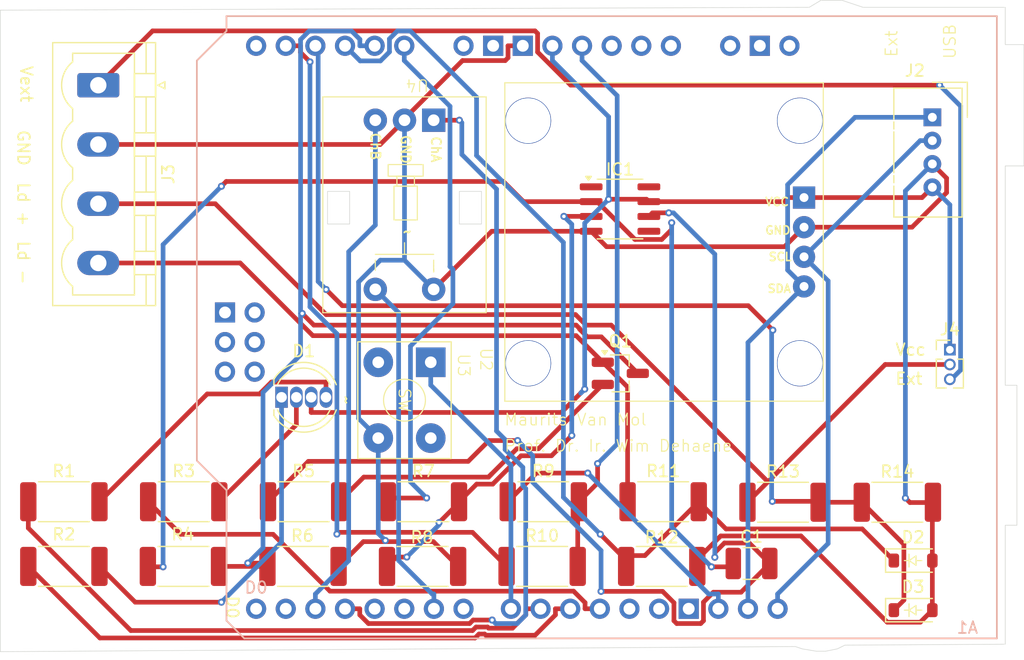
<source format=kicad_pcb>
(kicad_pcb (version 20241229) (generator "pcbnew") (generator_version "9.0")
  (layers (0 "F.Cu" signal) (2 "B.Cu" signal) (13 "F.Paste" user) (15 "B.Paste" user) (5 "F.SilkS" user "F.Silkscreen") (7 "B.SilkS" user "B.Silkscreen") (1 "F.Mask" user) (3 "B.Mask" user) (25 "Edge.Cuts" user))
  (net 0 "")
  (net 1 "A2")
  (net 3 "GND")
  (net 10 "Net-(A1-PadD11)")
  (net 11 "Net-(A1-PadD9)")
  (net 15 "Net-(A1-PadD10)")
  (net 24 "Net-(A1-PadAREF)")
  (net 26 "Net-(A1-3.3V)")
  (net 27 "A1")
  (net 28 "A0")
  (net 29 "VCC")
  (net 31 "Net-(U4-Channel_B)")
  (net 32 "Net-(J2-Pin_1)")
  (net 33 "A3")
  (net 34 "Net-(U4-Channel_A)")
  (net 35 "Net-(J2-Pin_2)")
  (net 36 "Net-(A1-PadA4)")
  (net 37 "Net-(IC1-OUT_A)")
  (net 38 "Net-(IC1--IN_A)")
  (net 43 "Net-(Q1-G)")
  (net 46 "/Current Sink/Vcompare")
  (net 47 "/Load+")
  (net 48 "Net-(J3-Pin_1)")
  (net 49 "Net-(A1-PadD6)")
  (net 51 "Net-(A1-PadD8)")
  (net 53 "/Load-")
  (net 54 "Net-(D1-RK)")
  (net 55 "Net-(D1-BK)")
  (net 56 "Net-(D1-GK)")
  (footprint "Resistor_SMD:R_2512_6332Metric_Pad1.40x3.35mm_HandSolder" (layer "F.Cu") (at 154.05 108)
    (property "Reference" "R2")
    (property "Value" "90")
  )
  (footprint "Resistor_SMD:R_2512_6332Metric_Pad1.40x3.35mm_HandSolder" (layer "F.Cu") (at 184.8 108)
    (property "Reference" "R8")
    (property "Value" "1k")
  )
  (footprint "Resistor_SMD:R_2512_6332Metric_Pad1.40x3.35mm_HandSolder" (layer "F.Cu") (at 195.05 108)
    (property "Reference" "R10")
    (property "Value" "0")
  )
  (footprint "Custom_footprints:MDOB128064V2V-WI" (layer "F.Cu") (at 205.5 80.19 -90)
    (property "Reference" "U2")
    (property "Value" "MDOB")
  )
  (footprint "Package_TO_SOT_SMD:SOT-23_Handsoldering" (layer "F.Cu") (at 201.75 91.45)
    (property "Reference" "Q1")
    (property "Value" "BS170")
  )
  (footprint "Package_SO:SOIC-8_3.9x4.9mm_P1.27mm" (layer "F.Cu") (at 201.725 77.365)
    (property "Reference" "IC1")
    (property "Value" "AD8531ARZ-REEL")
  )
  (footprint "PCM_arduino-library:Arduino_Uno_R4_WiFi_Shield" (layer "F.Cu") (at 234.0301 60.83 180)
    (property "Reference" "A1")
    (property "Value" "Arduino_Uno_R4_WiFi_Shield")
  )
  (footprint "Resistor_SMD:R_2512_6332Metric_Pad1.40x3.35mm_HandSolder" (layer "F.Cu") (at 184.875 102.4546)
    (property "Reference" "R7")
    (property "Value" "4k")
  )
  (footprint "Custom_footprints:MC32831" (layer "F.Cu") (at 183.25 93.75 -90)
    (property "Reference" "U3")
    (property "Value" "~")
  )
  (footprint "Resistor_SMD:R_2512_6332Metric_Pad1.40x3.35mm_HandSolder" (layer "F.Cu") (at 174.55 108)
    (property "Reference" "R6")
    (property "Value" "1R1")
  )
  (footprint "Custom_footprints:PEC11R-4215K-S0012" (layer "F.Cu") (at 183.25 77.25 180)
    (property "Reference" "U4")
    (property "Value" "~")
    (fp_rect (start 4.7 -1.4) (end 6.6 1.4) (stroke (width 0.05)) (fill no) (layer "Edge.Cuts"))
    (fp_rect (start -6.6 -1.4) (end -4.7 1.4) (stroke (width 0.05)) (fill no) (layer "Edge.Cuts"))
  )
  (footprint "Resistor_SMD:R_2512_6332Metric_Pad1.40x3.35mm_HandSolder" (layer "F.Cu") (at 164.3 108)
    (property "Reference" "R4")
    (property "Value" "1k")
  )
  (footprint "Resistor_SMD:R_2512_6332Metric_Pad1.40x3.35mm_HandSolder" (layer "F.Cu") (at 174.6 102.4546)
    (property "Reference" "R5")
    (property "Value" "100")
  )
  (footprint "Diode_SMD:D_SOD-123" (layer "F.Cu") (at 226.85 111.75)
    (property "Reference" "D3")
    (property "Value" "D_Zener")
  )
  (footprint "Resistor_SMD:R_2512_6332Metric_Pad1.40x3.35mm_HandSolder" (layer "F.Cu") (at 225.5 102.5)
    (property "Reference" "R14")
    (property "Value" "~")
  )
  (footprint "Connector:NS-Tech_Grove_1x04_P2mm_Vertical" (layer "F.Cu") (at 228.5 69.5)
    (property "Reference" "J2")
    (property "Value" "Conn_01x04_Socket")
  )
  (footprint "Resistor_SMD:R_2512_6332Metric_Pad1.40x3.35mm_HandSolder" (layer "F.Cu") (at 195.15 102.4546)
    (property "Reference" "R9")
    (property "Value" "0")
  )
  (footprint "Diode_SMD:D_SOD-123" (layer "F.Cu") (at 226.85 107.5)
    (property "Reference" "D2")
    (property "Value" "D_Zener")
  )
  (footprint "Connector_PinHeader_1.27mm:PinHeader_1x03_P1.27mm_Vertical" (layer "F.Cu") (at 230 89.42)
    (property "Reference" "J4")
    (property "Value" "Conn_01x03_Pin")
  )
  (footprint "Resistor_SMD:R_2512_6332Metric_Pad1.40x3.35mm_HandSolder" (layer "F.Cu") (at 205.3 108)
    (property "Reference" "R12")
    (property "Value" "~")
  )
  (footprint "Connector_Phoenix_MSTB:PhoenixContact_MSTBVA_2,5_4-G-5,08_1x04_P5.08mm_Vertical" (layer "F.Cu") (at 157 66.75 -90)
    (property "Reference" "J3")
    (property "Value" "Conn_01x04_Socket")
  )
  (footprint "Resistor_SMD:R_2512_6332Metric_Pad1.40x3.35mm_HandSolder" (layer "F.Cu") (at 215.7 102.5)
    (property "Reference" "R13")
    (property "Value" "~")
  )
  (footprint "Resistor_SMD:R_2512_6332Metric_Pad1.40x3.35mm_HandSolder" (layer "F.Cu") (at 205.425 102.4546)
    (property "Reference" "R11")
    (property "Value" "~")
  )
  (footprint "Capacitor_SMD:C_1210_3225Metric_Pad1.33x2.70mm_HandSolder" (layer "F.Cu") (at 213 107.75)
    (property "Reference" "C1")
    (property "Value" "100n")
  )
  (footprint "Resistor_SMD:R_2512_6332Metric_Pad1.40x3.35mm_HandSolder" (layer "F.Cu") (at 154.05 102.4546)
    (property "Reference" "R1")
    (property "Value" "150")
  )
  (footprint "Resistor_SMD:R_2512_6332Metric_Pad1.40x3.35mm_HandSolder" (layer "F.Cu") (at 164.325 102.4546)
    (property "Reference" "R3")
    (property "Value" "90")
  )
  (footprint "LED_THT:LED_D5.0mm-4_RGB" (layer "F.Cu") (at 172.71 93.5)
    (property "Reference" "D1")
    (property "Value" "LED_GBAR")
  )
  (gr_poly (pts (xy 148.59932 60.316491) (xy 148.59932 115.309643) (xy 216.74932 114.869255) (xy 217.34932 115.069255) (xy 218.54932 115.269255) (xy 219.34932 115.269255) (xy 220.34932 115.069255) (xy 221 114.75) (xy 234.74932 114.669255) (xy 234.74932 104.469255) (xy 235.74932 104.469255) (xy 235.74932 92.469255) (xy 234.74932 92.469255) (xy 234.74932 73.669255) (xy 236.34932 73.669255) (xy 236.34932 63.269255) (xy 234.74932 63.269255) (xy 234.74932 60.069255) (xy 222.54932 60.069255) (xy 220.74932 59.469255) (xy 218.94932 59.469255) (xy 217.94932 60.069255)) (stroke (width 0.05)) (fill no) (layer "Edge.Cuts"))
  (gr_text "Ext" (at 225 63.2 90) (layer "F.SilkS") (effects (font (size 1 1) (thickness 0.1))))
  (gr_text "Vext\n" (at 150.25 65 270) (layer "F.SilkS") (effects (font (size 1 1)) (justify left bottom)))
  (gr_text "Vcc" (at 225.25 90 0) (layer "F.SilkS") (effects (font (size 1 1)) (justify left bottom)))
  (gr_text "GND" (at 150 70.5 270) (layer "F.SilkS") (effects (font (size 1 1)) (justify left bottom)))
  (gr_text "Prof. Dr. Ir. Wim Dehaene" (at 191.75 98.25 0) (layer "F.SilkS") (effects (font (size 1 1) (thickness 0.1)) (justify left bottom)))
  (gr_text "USB" (at 230 63 90) (layer "F.SilkS") (effects (font (size 1 1) (thickness 0.1))))
  (gr_text "Ext\n" (at 225.25 92.5 0) (layer "F.SilkS") (effects (font (size 1 1)) (justify left bottom)))
  (gr_text "Ld +" (at 150 75 270) (layer "F.SilkS") (effects (font (size 1 1)) (justify left bottom)))
  (gr_text "Ld -" (at 150 80 270) (layer "F.SilkS") (effects (font (size 1 1)) (justify left bottom)))
  (gr_text "Maurits Van Mol" (at 191.75 96 0) (layer "F.SilkS") (effects (font (size 1 1) (thickness 0.1)) (justify left bottom)))
  (segment (start 222.4872 104.7872) (end 210.8076 104.7872) (width 0.4) (layer "F.Cu") (net 1))
  (segment (start 201.866 107.0697) (end 200.036 105.2397) (width 0.4) (layer "F.Cu") (net 1))
  (segment (start 225.2 107.5) (end 222.4872 104.7872) (width 0.4) (layer "F.Cu") (net 1))
  (segment (start 203.8599 107.0697) (end 208.475 102.4546) (width 0.4) (layer "F.Cu") (net 1))
  (segment (start 202.25 108) (end 202.25 107.0697) (width 0.4) (layer "F.Cu") (net 1))
  (segment (start 210.8076 104.7872) (end 208.475 102.4546) (width 0.4) (layer "F.Cu") (net 1))
  (segment (start 202.25 107.0697) (end 203.8599 107.0697) (width 0.4) (layer "F.Cu") (net 1))
  (segment (start 202.25 107.0697) (end 201.866 107.0697) (width 0.4) (layer "F.Cu") (net 1))
  (via (at 200.036 105.2397) (size 0.6) (drill 0.3) (layers "F.Cu" "B.Cu") (net 1))
  (segment (start 181.9602 63.8946) (end 181.1908 64.664) (width 0.4) (layer "B.Cu") (net 1))
  (segment (start 181.1908 64.664) (end 179.4441 64.664) (width 0.4) (layer "B.Cu") (net 1))
  (segment (start 181.9602 62.7737) (end 181.9602 63.8946) (width 0.4) (layer "B.Cu") (net 1))
  (segment (start 183.748 62.0984) (end 182.6355 62.0984) (width 0.4) (layer "B.Cu") (net 1))
  (segment (start 189.4266 67.777) (end 183.748 62.0984) (width 0.4) (layer "B.Cu") (net 1))
  (segment (start 182.6355 62.0984) (end 181.9602 62.7737) (width 0.4) (layer "B.Cu") (net 1))
  (segment (start 189.4266 72.7777) (end 189.4266 67.777) (width 0.4) (layer "B.Cu") (net 1))
  (segment (start 179.4441 64.664) (end 178.1501 63.37) (width 0.4) (layer "B.Cu") (net 1))
  (segment (start 196.8714 102.0751) (end 196.8714 80.2225) (width 0.4) (layer "B.Cu") (net 1))
  (segment (start 200.036 105.2397) (end 196.8714 102.0751) (width 0.4) (layer "B.Cu") (net 1))
  (segment (start 196.8714 80.2225) (end 189.4266 72.7777) (width 0.4) (layer "B.Cu") (net 1))
  (segment (start 181.6101 105.8761) (end 181.6101 105.7815) (width 0.4) (layer "F.Cu") (net 3))
  (segment (start 217.5 78.92) (end 226.7571 78.92) (width 0.4) (layer "F.Cu") (net 3))
  (segment (start 199.25 79.27) (end 200.5729 80.5929) (width 0.4) (layer "F.Cu") (net 3))
  (segment (start 199.25 79.27) (end 190.73 79.27) (width 0.4) (layer "F.Cu") (net 3))
  (segment (start 228.5 102.525) (end 226.5773 102.525) (width 0.4) (layer "F.Cu") (net 3))
  (segment (start 208.35 107.396) (end 210.3557 105.3903) (width 0.4) (layer "F.Cu") (net 3))
  (segment (start 226.7571 78.92) (end 229.72 75.9571) (width 0.4) (layer "F.Cu") (net 3))
  (segment (start 229.72 74.72) (end 228.5 73.5) (width 0.4) (layer "F.Cu") (net 3))
  (segment (start 193.3901 63.37) (end 192.1248 63.37) (width 0.4) (layer "F.Cu") (net 3))
  (segment (start 210.3557 105.3903) (end 217.24 105.3903) (width 0.4) (layer "F.Cu") (net 3))
  (segment (start 185.7261 105.8761) (end 187.85 108) (width 0.4) (layer "F.Cu") (net 3))
  (segment (start 157 71.83) (end 181.17 71.83) (width 0.4) (layer "F.Cu") (net 3))
  (segment (start 190.73 79.27) (end 185.75 84.25) (width 0.4) (layer "F.Cu") (net 3))
  (segment (start 228.5 111.75) (end 228.5 107.5) (width 0.4) (layer "F.Cu") (net 3))
  (segment (start 227.4638 112.7862) (end 228.5 111.75) (width 0.4) (layer "F.Cu") (net 3))
  (segment (start 224.6359 112.7862) (end 227.4638 112.7862) (width 0.4) (layer "F.Cu") (net 3))
  (segment (start 229.72 75.9571) (end 229.72 74.72) (width 0.4) (layer "F.Cu") (net 3))
  (segment (start 183.25 69.61) (end 188.2247 64.6353) (width 0.4) (layer "F.Cu") (net 3))
  (segment (start 228.5 102.525) (end 228.5 107.5) (width 0.4) (layer "F.Cu") (net 3))
  (segment (start 183.25 69.75) (end 183.25 69.61) (width 0.4) (layer "F.Cu") (net 3))
  (segment (start 177.6 108) (end 179.7239 105.8761) (width 0.4) (layer "F.Cu") (net 3))
  (segment (start 226.5773 102.525) (end 226.1891 102.1368) (width 0.4) (layer "F.Cu") (net 3))
  (segment (start 191.8876 64.6353) (end 192.1248 64.3981) (width 0.4) (layer "F.Cu") (net 3))
  (segment (start 181.6101 105.8761) (end 185.7261 105.8761) (width 0.4) (layer "F.Cu") (net 3))
  (segment (start 192.1248 64.3981) (end 192.1248 63.37) (width 0.4) (layer "F.Cu") (net 3))
  (segment (start 208.35 108) (end 208.35 107.396) (width 0.4) (layer "F.Cu") (net 3))
  (segment (start 228.525 102.525) (end 228.5 102.525) (width 0.4) (layer "F.Cu") (net 3))
  (segment (start 200.5729 80.5929) (end 215.8271 80.5929) (width 0.4) (layer "F.Cu") (net 3))
  (segment (start 217.24 105.3903) (end 224.6359 112.7862) (width 0.4) (layer "F.Cu") (net 3))
  (segment (start 181.17 71.83) (end 183.25 69.75) (width 0.4) (layer "F.Cu") (net 3))
  (segment (start 179.7239 105.8761) (end 181.6101 105.8761) (width 0.4) (layer "F.Cu") (net 3))
  (segment (start 228.55 102.5) (end 228.525 102.525) (width 0.4) (layer "F.Cu") (net 3))
  (segment (start 188.2247 64.6353) (end 191.8876 64.6353) (width 0.4) (layer "F.Cu") (net 3))
  (segment (start 215.8271 80.5929) (end 217.5 78.92) (width 0.4) (layer "F.Cu") (net 3))
  (via (at 181.6101 105.7815) (size 0.6) (drill 0.3) (layers "F.Cu" "B.Cu") (net 3))
  (via (at 226.1891 102.1368) (size 0.6) (drill 0.3) (layers "F.Cu" "B.Cu") (net 3))
  (segment (start 181.1801 81.75) (end 183.25 81.75) (width 0.4) (layer "B.Cu") (net 3))
  (segment (start 179.3147 95.3147) (end 179.3147 83.6154) (width 0.4) (layer "B.Cu") (net 3))
  (segment (start 183.25 69.75) (end 183.25 81.75) (width 0.4) (layer "B.Cu") (net 3))
  (segment (start 226.1891 102.1368) (end 226.1891 75.8109) (width 0.4) (layer "B.Cu") (net 3))
  (segment (start 179.3147 83.6154) (end 181.1801 81.75) (width 0.4) (layer "B.Cu") (net 3))
  (segment (start 181.6101 105.7815) (end 181 105.1714) (width 0.4) (layer "B.Cu") (net 3))
  (segment (start 181 97) (end 179.3147 95.3147) (width 0.4) (layer "B.Cu") (net 3))
  (segment (start 183.25 81.75) (end 185.75 84.25) (width 0.4) (layer "B.Cu") (net 3))
  (segment (start 181 105.1714) (end 181 97) (width 0.4) (layer "B.Cu") (net 3))
  (segment (start 226.1891 75.8109) (end 228.5 73.5) (width 0.4) (layer "B.Cu") (net 3))
  (segment (start 161.275 102.4546) (end 164.0679 105.2475) (width 0.4) (layer "F.Cu") (net 10))
  (segment (start 198.7288 111.1057) (end 198.7288 111.63) (width 0.4) (layer "F.Cu") (net 10))
  (segment (start 199.9941 111.63) (end 198.7288 111.63) (width 0.4) (layer "F.Cu") (net 10))
  (segment (start 164.0679 105.2475) (end 171.9876 105.2475) (width 0.4) (layer "F.Cu") (net 10))
  (segment (start 171.9876 105.2475) (end 176.8619 110.1218) (width 0.4) (layer "F.Cu") (net 10))
  (segment (start 197.7449 110.1218) (end 198.7288 111.1057) (width 0.4) (layer "F.Cu") (net 10))
  (segment (start 176.8619 110.1218) (end 197.7449 110.1218) (width 0.4) (layer "F.Cu") (net 10))
  (segment (start 192.5056 113.2975) (end 193.6488 112.1543) (width 0.4) (layer "F.Cu") (net 11))
  (segment (start 189.0833 113.497) (end 189.3828 113.1975) (width 0.4) (layer "F.Cu") (net 11))
  (segment (start 151 102.4546) (end 151 104.7095) (width 0.4) (layer "F.Cu") (net 11))
  (segment (start 190.3725 113.1975) (end 190.4725 113.2975) (width 0.4) (layer "F.Cu") (net 11))
  (segment (start 151 104.7095) (end 159.7875 113.497) (width 0.4) (layer "F.Cu") (net 11))
  (segment (start 194.9141 111.63) (end 193.6488 111.63) (width 0.4) (layer "F.Cu") (net 11))
  (segment (start 189.3828 113.1975) (end 190.3725 113.1975) (width 0.4) (layer "F.Cu") (net 11))
  (segment (start 190.4725 113.2975) (end 192.5056 113.2975) (width 0.4) (layer "F.Cu") (net 11))
  (segment (start 159.7875 113.497) (end 189.0833 113.497) (width 0.4) (layer "F.Cu") (net 11))
  (segment (start 193.6488 112.1543) (end 193.6488 111.63) (width 0.4) (layer "F.Cu") (net 11))
  (segment (start 189.2964 114.1347) (end 189.6319 113.7992) (width 0.4) (layer "F.Cu") (net 15))
  (segment (start 197.4541 111.63) (end 196.1888 111.63) (width 0.4) (layer "F.Cu") (net 15))
  (segment (start 196.1888 112.1543) (end 196.1888 111.63) (width 0.4) (layer "F.Cu") (net 15))
  (segment (start 190.1234 113.7992) (end 190.2234 113.8992) (width 0.4) (layer "F.Cu") (net 15))
  (segment (start 189.6319 113.7992) (end 190.1234 113.7992) (width 0.4) (layer "F.Cu") (net 15))
  (segment (start 151 108) (end 157.1347 114.1347) (width 0.4) (layer "F.Cu") (net 15))
  (segment (start 190.2234 113.8992) (end 194.4439 113.8992) (width 0.4) (layer "F.Cu") (net 15))
  (segment (start 194.4439 113.8992) (end 196.1888 112.1543) (width 0.4) (layer "F.Cu") (net 15))
  (segment (start 157.1347 114.1347) (end 189.2964 114.1347) (width 0.4) (layer "F.Cu") (net 15))
  (segment (start 192.1 102.4546) (end 194.5554 99.9992) (width 0.4) (layer "F.Cu") (net 24))
  (segment (start 194.5554 99.9992) (end 198.9584 99.9992) (width 0.4) (layer "F.Cu") (net 24))
  (via (at 198.9584 99.9992) (size 0.6) (drill 0.3) (layers "F.Cu" "B.Cu") (net 24))
  (segment (start 210.1541 111.63) (end 210.1541 110.3647) (width 0.4) (layer "B.Cu") (net 24))
  (segment (start 198.9584 99.9992) (end 209.3239 110.3647) (width 0.4) (layer "B.Cu") (net 24))
  (segment (start 209.3239 110.3647) (end 210.1541 110.3647) (width 0.4) (layer "B.Cu") (net 24))
  (segment (start 198.1 108) (end 198.1 102.5546) (width 0.4) (layer "F.Cu") (net 26))
  (segment (start 199.8038 100.8508) (end 199.8038 99.1872) (width 0.4) (layer "F.Cu") (net 26))
  (segment (start 198.2 102.4546) (end 199.8038 100.8508) (width 0.4) (layer "F.Cu") (net 26))
  (segment (start 198.1 102.5546) (end 198.2 102.4546) (width 0.4) (layer "F.Cu") (net 26))
  (via (at 199.8038 99.1872) (size 0.6) (drill 0.3) (layers "F.Cu" "B.Cu") (net 26))
  (segment (start 198.4701 63.37) (end 198.4701 64.6353) (width 0.4) (layer "B.Cu") (net 26))
  (segment (start 201.4814 67.6466) (end 198.4701 64.6353) (width 0.4) (layer "B.Cu") (net 26))
  (segment (start 199.8038 99.1872) (end 201.4814 97.5096) (width 0.4) (layer "B.Cu") (net 26))
  (segment (start 201.4814 97.5096) (end 201.4814 67.6466) (width 0.4) (layer "B.Cu") (net 26))
  (segment (start 171.2181 107.7181) (end 171.5 108) (width 0.4) (layer "F.Cu") (net 27))
  (segment (start 197.9664 87.3165) (end 198.2664 87.6165) (width 0.4) (layer "F.Cu") (net 27))
  (segment (start 174.4825 86.3158) (end 175.4832 87.3165) (width 0.4) (layer "F.Cu") (net 27))
  (segment (start 167.35 108) (end 171.5 108) (width 0.4) (layer "F.Cu") (net 27))
  (segment (start 169.819 107.7181) (end 171.2181 107.7181) (width 0.4) (layer "F.Cu") (net 27))
  (segment (start 175.4832 87.3165) (end 197.9664 87.3165) (width 0.4) (layer "F.Cu") (net 27))
  (segment (start 198.2664 87.6676) (end 198.9171 88.3183) (width 0.4) (layer "F.Cu") (net 27))
  (segment (start 200.1183 88.3183) (end 203.25 91.45) (width 0.4) (layer "F.Cu") (net 27))
  (segment (start 198.2664 87.6165) (end 198.2664 87.6676) (width 0.4) (layer "F.Cu") (net 27))
  (segment (start 198.9171 88.3183) (end 200.1183 88.3183) (width 0.4) (layer "F.Cu") (net 27))
  (via (at 169.819 107.7181) (size 0.6) (drill 0.3) (layers "F.Cu" "B.Cu") (net 27))
  (via (at 174.4825 86.3158) (size 0.6) (drill 0.3) (layers "F.Cu" "B.Cu") (net 27))
  (segment (start 180.6901 63.37) (end 179.4248 63.37) (width 0.4) (layer "B.Cu") (net 27))
  (segment (start 174.3401 62.8353) (end 174.3401 86.3158) (width 0.4) (layer "B.Cu") (net 27))
  (segment (start 175.0707 62.1047) (end 174.3401 62.8353) (width 0.4) (layer "B.Cu") (net 27))
  (segment (start 178.7131 62.1047) (end 175.0707 62.1047) (width 0.4) (layer "B.Cu") (net 27))
  (segment (start 179.4248 62.8164) (end 178.7131 62.1047) (width 0.4) (layer "B.Cu") (net 27))
  (segment (start 171.1206 106.4165) (end 169.819 107.7181) (width 0.4) (layer "B.Cu") (net 27))
  (segment (start 174.3401 89.8668) (end 171.1206 93.0863) (width 0.4) (layer "B.Cu") (net 27))
  (segment (start 174.3401 86.3158) (end 174.3401 89.8668) (width 0.4) (layer "B.Cu") (net 27))
  (segment (start 174.3401 86.3158) (end 174.4825 86.3158) (width 0.4) (layer "B.Cu") (net 27))
  (segment (start 179.4248 63.37) (end 179.4248 62.8164) (width 0.4) (layer "B.Cu") (net 27))
  (segment (start 171.1206 93.0863) (end 171.1206 106.4165) (width 0.4) (layer "B.Cu") (net 27))
  (segment (start 182.1428 102.1368) (end 181.825 102.4546) (width 0.4) (layer "F.Cu") (net 28))
  (segment (start 185.1453 102.1368) (end 182.1428 102.1368) (width 0.4) (layer "F.Cu") (net 28))
  (via (at 185.1453 102.1368) (size 0.6) (drill 0.3) (layers "F.Cu" "B.Cu") (net 28))
  (segment (start 183.7624 89.1163) (end 187.4008 85.4779) (width 0.4) (layer "B.Cu") (net 28))
  (segment (start 187.1517 68.5569) (end 187.1517 82.299) (width 0.4) (layer "B.Cu") (net 28))
  (segment (start 187.4008 85.4779) (end 187.4008 82.5481) (width 0.4) (layer "B.Cu") (net 28))
  (segment (start 183.7624 100.7539) (end 183.7624 89.1163) (width 0.4) (layer "B.Cu") (net 28))
  (segment (start 187.4008 82.5481) (end 187.1517 82.299) (width 0.4) (layer "B.Cu") (net 28))
  (segment (start 187.4008 82.5481) (end 187.1517 82.299) (width 0.4) (layer "B.Cu") (net 28))
  (segment (start 183.2301 64.6353) (end 187.1517 68.5569) (width 0.4) (layer "B.Cu") (net 28))
  (segment (start 183.2301 63.37) (end 183.2301 64.6353) (width 0.4) (layer "B.Cu") (net 28))
  (segment (start 185.1453 102.1368) (end 183.7624 100.7539) (width 0.4) (layer "B.Cu") (net 28))
  (segment (start 217.5 76.38) (end 227.62 76.38) (width 0.4) (layer "F.Cu") (net 29))
  (segment (start 216.9743 76.38) (end 217.5 76.38) (width 0.4) (layer "F.Cu") (net 29))
  (segment (start 227.62 76.38) (end 228.5 75.5) (width 0.4) (layer "F.Cu") (net 29))
  (segment (start 216.9743 76.38) (end 216.1458 76.38) (width 0.4) (layer "F.Cu") (net 29))
  (segment (start 175.25 94.8017) (end 196.6978 94.8017) (width 0.4) (layer "F.Cu") (net 29))
  (segment (start 203.9938 76.5238) (end 204.2 76.73) (width 0.4) (layer "F.Cu") (net 29))
  (segment (start 200.7476 76.5238) (end 203.9938 76.5238) (width 0.4) (layer "F.Cu") (net 29))
  (segment (start 198.3578 93.1417) (end 198.6984 92.8011) (width 0.4) (layer "F.Cu") (net 29))
  (segment (start 215.7958 76.73) (end 216.1458 76.38) (width 0.4) (layer "F.Cu") (net 29))
  (segment (start 204.2 76.73) (end 215.7958 76.73) (width 0.4) (layer "F.Cu") (net 29))
  (segment (start 198.6984 92.8011) (end 198.3578 93.1417) (width 0.4) (layer "F.Cu") (net 29))
  (segment (start 175.25 93.5) (end 175.25 94.8017) (width 0.4) (layer "F.Cu") (net 29))
  (segment (start 196.6978 94.8017) (end 198.6984 92.8011) (width 0.4) (layer "F.Cu") (net 29))
  (via (at 198.6984 92.8011) (size 0.6) (drill 0.3) (layers "F.Cu" "B.Cu") (net 29))
  (via (at 200.7476 76.5238) (size 0.6) (drill 0.3) (layers "F.Cu" "B.Cu") (net 29))
  (segment (start 200.7476 69.4528) (end 200.7476 76.5238) (width 0.4) (layer "B.Cu") (net 29))
  (segment (start 198.3578 93.1417) (end 198.6984 92.8011) (width 0.4) (layer "B.Cu") (net 29))
  (segment (start 198.6984 92.8011) (end 198.6984 78.573) (width 0.4) (layer "B.Cu") (net 29))
  (segment (start 198.6984 78.573) (end 200.7476 76.5238) (width 0.4) (layer "B.Cu") (net 29))
  (segment (start 195.9301 63.37) (end 195.9301 64.6353) (width 0.4) (layer "B.Cu") (net 29))
  (segment (start 195.9301 64.6353) (end 200.7476 69.4528) (width 0.4) (layer "B.Cu") (net 29))
  (segment (start 230 77) (end 230 89.42) (width 0.4) (layer "B.Cu") (net 29))
  (segment (start 198.6984 92.8011) (end 198.3578 93.1417) (width 0.4) (layer "B.Cu") (net 29))
  (segment (start 228.5 75.5) (end 230 77) (width 0.4) (layer "B.Cu") (net 29))
  (segment (start 175.6101 111.63) (end 175.6101 110.3647) (width 0.4) (layer "B.Cu") (net 31))
  (segment (start 180.75 78.7394) (end 180.75 69.75) (width 0.4) (layer "B.Cu") (net 31))
  (segment (start 178.4654 107.5094) (end 178.4654 81.024) (width 0.4) (layer "B.Cu") (net 31))
  (segment (start 175.6101 110.3647) (end 178.4654 107.5094) (width 0.4) (layer "B.Cu") (net 31))
  (segment (start 178.4654 81.024) (end 180.75 78.7394) (width 0.4) (layer "B.Cu") (net 31))
  (segment (start 216.094 82.594) (end 217.5 84) (width 0.4) (layer "B.Cu") (net 32))
  (segment (start 212.6941 88.8059) (end 217.5 84) (width 0.4) (layer "B.Cu") (net 32))
  (segment (start 228.5 69.5) (end 221.8695 69.5) (width 0.4) (layer "B.Cu") (net 32))
  (segment (start 212.6941 111.63) (end 212.6941 88.8059) (width 0.4) (layer "B.Cu") (net 32))
  (segment (start 221.8695 69.5) (end 216.094 75.2755) (width 0.4) (layer "B.Cu") (net 32))
  (segment (start 216.094 75.2755) (end 216.094 82.594) (width 0.4) (layer "B.Cu") (net 32))
  (segment (start 177.9208 85.6517) (end 212.7252 85.6517) (width 0.4) (layer "F.Cu") (net 33))
  (segment (start 212.7252 85.6517) (end 214.8213 87.7478) (width 0.4) (layer "F.Cu") (net 33))
  (segment (start 218.6711 102.4211) (end 218.75 102.5) (width 0.4) (layer "F.Cu") (net 33))
  (segment (start 225.2 111.75) (end 226.0609 110.8891) (width 0.4) (layer "F.Cu") (net 33))
  (segment (start 226.0609 106.1109) (end 222.45 102.5) (width 0.4) (layer "F.Cu") (net 33))
  (segment (start 226.0609 110.8891) (end 226.0609 106.1109) (width 0.4) (layer "F.Cu") (net 33))
  (segment (start 214.7814 102.4211) (end 218.6711 102.4211) (width 0.4) (layer "F.Cu") (net 33))
  (segment (start 176.5292 84.2601) (end 177.9208 85.6517) (width 0.4) (layer "F.Cu") (net 33))
  (segment (start 218.75 102.5) (end 222.45 102.5) (width 0.4) (layer "F.Cu") (net 33))
  (via (at 214.8213 87.7478) (size 0.6) (drill 0.3) (layers "F.Cu" "B.Cu") (net 33))
  (via (at 214.7814 102.4211) (size 0.6) (drill 0.3) (layers "F.Cu" "B.Cu") (net 33))
  (via (at 176.5292 84.2601) (size 0.6) (drill 0.3) (layers "F.Cu" "B.Cu") (net 33))
  (segment (start 175.8489 83.5798) (end 175.8489 63.6088) (width 0.4) (layer "B.Cu") (net 33))
  (segment (start 214.8213 87.7478) (end 214.7216 87.8475) (width 0.4) (layer "B.Cu") (net 33))
  (segment (start 214.7216 87.8475) (end 214.7216 102.3613) (width 0.4) (layer "B.Cu") (net 33))
  (segment (start 175.8489 63.6088) (end 175.6101 63.37) (width 0.4) (layer "B.Cu") (net 33))
  (segment (start 214.7216 102.3613) (end 214.7814 102.4211) (width 0.4) (layer "B.Cu") (net 33))
  (segment (start 176.5292 84.2601) (end 175.8489 83.5798) (width 0.4) (layer "B.Cu") (net 33))
  (segment (start 189.1337 112.5958) (end 188.8342 112.8953) (width 0.4) (layer "F.Cu") (net 34))
  (segment (start 180.1564 112.8953) (end 179.4154 112.1543) (width 0.4) (layer "F.Cu") (net 34))
  (segment (start 179.4154 112.1543) (end 179.4154 111.63) (width 0.4) (layer "F.Cu") (net 34))
  (segment (start 187.9532 69.75) (end 185.75 69.75) (width 0.4) (layer "F.Cu") (net 34))
  (segment (start 178.1501 111.63) (end 179.4154 111.63) (width 0.4) (layer "F.Cu") (net 34))
  (segment (start 190.763 112.5958) (end 189.1337 112.5958) (width 0.4) (layer "F.Cu") (net 34))
  (segment (start 188.8342 112.8953) (end 180.1564 112.8953) (width 0.4) (layer "F.Cu") (net 34))
  (via (at 190.763 112.5958) (size 0.6) (drill 0.3) (layers "F.Cu" "B.Cu") (net 34))
  (via (at 187.9532 69.75) (size 0.6) (drill 0.3) (layers "F.Cu" "B.Cu") (net 34))
  (segment (start 188.1646 69.9614) (end 188.1646 72.6814) (width 0.4) (layer "B.Cu") (net 34))
  (segment (start 191.1391 96.3958) (end 191.877 97.1337) (width 0.4) (layer "B.Cu") (net 34))
  (segment (start 188.1646 72.6814) (end 191.1391 75.6559) (width 0.4) (layer "B.Cu") (net 34))
  (segment (start 193.3935 101.0839) (end 193.6426 101.333) (width 0.4) (layer "B.Cu") (net 34))
  (segment (start 192.917 112.8953) (end 191.0625 112.8953) (width 0.4) (layer "B.Cu") (net 34))
  (segment (start 191.0625 112.8953) (end 190.763 112.5958) (width 0.4) (layer "B.Cu") (net 34))
  (segment (start 187.9532 69.75) (end 188.1646 69.9614) (width 0.4) (layer "B.Cu") (net 34))
  (segment (start 191.877 97.1337) (end 191.877 97.9845) (width 0.4) (layer "B.Cu") (net 34))
  (segment (start 193.3935 99.501) (end 193.3935 101.0839) (width 0.4) (layer "B.Cu") (net 34))
  (segment (start 191.1391 75.6559) (end 191.1391 96.3958) (width 0.4) (layer "B.Cu") (net 34))
  (segment (start 193.3935 101.0839) (end 193.6426 101.333) (width 0.4) (layer "B.Cu") (net 34))
  (segment (start 193.6426 101.333) (end 193.6426 112.1697) (width 0.4) (layer "B.Cu") (net 34))
  (segment (start 191.877 97.9845) (end 193.3935 99.501) (width 0.4) (layer "B.Cu") (net 34))
  (segment (start 193.6426 112.1697) (end 192.917 112.8953) (width 0.4) (layer "B.Cu") (net 34))
  (segment (start 219.568 106.0308) (end 215.2341 110.3647) (width 0.4) (layer "B.Cu") (net 35))
  (segment (start 217.5 81.46) (end 219.568 83.528) (width 0.4) (layer "B.Cu") (net 35))
  (segment (start 217.5 81.46) (end 227.46 71.5) (width 0.4) (layer "B.Cu") (net 35))
  (segment (start 219.568 83.528) (end 219.568 106.0308) (width 0.4) (layer "B.Cu") (net 35))
  (segment (start 215.2341 111.63) (end 215.2341 110.3647) (width 0.4) (layer "B.Cu") (net 35))
  (segment (start 227.46 71.5) (end 228.5 71.5) (width 0.4) (layer "B.Cu") (net 35))
  (segment (start 192 108) (end 189.0798 105.0798) (width 0.4) (layer "F.Cu") (net 36))
  (segment (start 173.0701 63.37) (end 174.3354 63.37) (width 0.4) (layer "F.Cu") (net 36))
  (segment (start 189.0798 105.0798) (end 177.6035 105.0798) (width 0.4) (layer "F.Cu") (net 36))
  (segment (start 174.3354 63.9384) (end 174.3354 63.37) (width 0.4) (layer "F.Cu") (net 36))
  (segment (start 175.1472 64.7502) (end 174.3354 63.9384) (width 0.4) (layer "F.Cu") (net 36))
  (segment (start 177.6035 105.0798) (end 177.4561 105.2272) (width 0.4) (layer "F.Cu") (net 36))
  (via (at 175.1472 64.7502) (size 0.6) (drill 0.3) (layers "F.Cu" "B.Cu") (net 36))
  (via (at 177.4561 105.2272) (size 0.6) (drill 0.3) (layers "F.Cu" "B.Cu") (net 36))
  (segment (start 175.1472 85.7529) (end 175.1472 64.7502) (width 0.4) (layer "B.Cu") (net 36))
  (segment (start 177.4567 88.0624) (end 175.1472 85.7529) (width 0.4) (layer "B.Cu") (net 36))
  (segment (start 177.4567 105.2266) (end 177.4567 88.0624) (width 0.4) (layer "B.Cu") (net 36))
  (segment (start 177.4561 105.2272) (end 177.4567 105.2266) (width 0.4) (layer "B.Cu") (net 36))
  (segment (start 200.0992 110.1386) (end 205.3725 110.1386) (width 0.4) (layer "F.Cu") (net 37))
  (segment (start 188.7089 98.9946) (end 175.01 98.9946) (width 0.4) (layer "F.Cu") (net 37))
  (segment (start 210.6747 105.9935) (end 212.806 105.9935) (width 0.4) (layer "F.Cu") (net 37))
  (segment (start 209.7294 110.2141) (end 212.0984 110.2141) (width 0.4) (layer "F.Cu") (net 37))
  (segment (start 206.5841 112.8953) (end 208.6441 112.8953) (width 0.4) (layer "F.Cu") (net 37))
  (segment (start 212.0984 110.2141) (end 214.5625 107.75) (width 0.4) (layer "F.Cu") (net 37))
  (segment (start 206.3488 111.1149) (end 206.3488 112.66) (width 0.4) (layer "F.Cu") (net 37))
  (segment (start 209.8518 107.2175) (end 209.8518 106.8164) (width 0.4) (layer "F.Cu") (net 37))
  (segment (start 175.01 98.9946) (end 171.55 102.4546) (width 0.4) (layer "F.Cu") (net 37))
  (segment (start 192.9462 97.2107) (end 190.4928 97.2107) (width 0.4) (layer "F.Cu") (net 37))
  (segment (start 205.3725 110.1386) (end 206.3488 111.1149) (width 0.4) (layer "F.Cu") (net 37))
  (segment (start 208.8794 111.0641) (end 209.7294 110.2141) (width 0.4) (layer "F.Cu") (net 37))
  (segment (start 209.8518 106.8164) (end 210.6747 105.9935) (width 0.4) (layer "F.Cu") (net 37))
  (segment (start 212.806 105.9935) (end 214.5625 107.75) (width 0.4) (layer "F.Cu") (net 37))
  (segment (start 190.4928 97.2107) (end 188.7089 98.9946) (width 0.4) (layer "F.Cu") (net 37))
  (segment (start 204.5095 77.6905) (end 204.2 78) (width 0.4) (layer "F.Cu") (net 37))
  (segment (start 205.9043 77.6905) (end 204.5095 77.6905) (width 0.4) (layer "F.Cu") (net 37))
  (segment (start 206.3488 112.66) (end 206.5841 112.8953) (width 0.4) (layer "F.Cu") (net 37))
  (segment (start 208.6441 112.8953) (end 208.8794 112.66) (width 0.4) (layer "F.Cu") (net 37))
  (segment (start 208.8794 112.66) (end 208.8794 111.0641) (width 0.4) (layer "F.Cu") (net 37))
  (via (at 192.9462 97.2107) (size 0.6) (drill 0.3) (layers "F.Cu" "B.Cu") (net 37))
  (via (at 200.0992 110.1386) (size 0.6) (drill 0.3) (layers "F.Cu" "B.Cu") (net 37))
  (via (at 205.9043 77.6905) (size 0.6) (drill 0.3) (layers "F.Cu" "B.Cu") (net 37))
  (via (at 209.8518 107.2175) (size 0.6) (drill 0.3) (layers "F.Cu" "B.Cu") (net 37))
  (segment (start 194.2428 100.7822) (end 200.0992 106.6386) (width 0.4) (layer "B.Cu") (net 37))
  (segment (start 194.2428 98.5073) (end 194.2428 100.7822) (width 0.4) (layer "B.Cu") (net 37))
  (segment (start 209.8518 81.2324) (end 206.3099 77.6905) (width 0.4) (layer "B.Cu") (net 37))
  (segment (start 192.9462 97.2107) (end 194.2428 98.5073) (width 0.4) (layer "B.Cu") (net 37))
  (segment (start 209.8518 107.2175) (end 209.8518 81.2324) (width 0.4) (layer "B.Cu") (net 37))
  (segment (start 200.0992 106.6386) (end 200.0992 110.1386) (width 0.4) (layer "B.Cu") (net 37))
  (segment (start 206.3099 77.6905) (end 205.9043 77.6905) (width 0.4) (layer "B.Cu") (net 37))
  (segment (start 162.5543 108.036) (end 161.286 108.036) (width 0.4) (layer "F.Cu") (net 38))
  (segment (start 205.3011 79.9723) (end 203.0081 79.9723) (width 0.4) (layer "F.Cu") (net 38))
  (segment (start 209.5579 108.036) (end 211.1515 108.036) (width 0.4) (layer "F.Cu") (net 38))
  (segment (start 199.25 76.73) (end 193.4559 76.73) (width 0.4) (layer "F.Cu") (net 38))
  (segment (start 206.1543 79.1191) (end 205.3011 79.9723) (width 0.4) (layer "F.Cu") (net 38))
  (segment (start 203.0081 79.9723) (end 199.7658 76.73) (width 0.4) (layer "F.Cu") (net 38))
  (segment (start 206.1543 78.54) (end 206.1543 79.1191) (width 0.4) (layer "F.Cu") (net 38))
  (segment (start 199.7658 76.73) (end 199.25 76.73) (width 0.4) (layer "F.Cu") (net 38))
  (segment (start 191.7259 75) (end 167.9679 75) (width 0.4) (layer "F.Cu") (net 38))
  (segment (start 161.286 108.036) (end 161.25 108) (width 0.4) (layer "F.Cu") (net 38))
  (segment (start 167.9679 75) (end 167.5551 75.4128) (width 0.4) (layer "F.Cu") (net 38))
  (segment (start 211.1515 108.036) (end 211.4375 107.75) (width 0.4) (layer "F.Cu") (net 38))
  (segment (start 193.4559 76.73) (end 191.7259 75) (width 0.4) (layer "F.Cu") (net 38))
  (via (at 162.5543 108.036) (size 0.6) (drill 0.3) (layers "F.Cu" "B.Cu") (net 38))
  (via (at 209.5579 108.036) (size 0.6) (drill 0.3) (layers "F.Cu" "B.Cu") (net 38))
  (via (at 167.5551 75.4128) (size 0.6) (drill 0.3) (layers "F.Cu" "B.Cu") (net 38))
  (via (at 206.1543 78.54) (size 0.6) (drill 0.3) (layers "F.Cu" "B.Cu") (net 38))
  (segment (start 206.1543 104.6324) (end 209.5579 108.036) (width 0.4) (layer "B.Cu") (net 38))
  (segment (start 206.1543 78.54) (end 206.1543 104.6324) (width 0.4) (layer "B.Cu") (net 38))
  (segment (start 167.5551 75.4128) (end 162.5543 80.4136) (width 0.4) (layer "B.Cu") (net 38))
  (segment (start 162.5543 80.4136) (end 162.5543 108.036) (width 0.4) (layer "B.Cu") (net 38))
  (segment (start 190.4495 100.3439) (end 179.7607 100.3439) (width 0.4) (layer "F.Cu") (net 43))
  (segment (start 192.881 97.9124) (end 194.7376 97.9124) (width 0.4) (layer "F.Cu") (net 43))
  (segment (start 194.7376 97.9124) (end 200.25 92.4) (width 0.4) (layer "F.Cu") (net 43))
  (segment (start 190.6971 100.0963) (end 190.4495 100.3439) (width 0.4) (layer "F.Cu") (net 43))
  (segment (start 190.6971 100.0963) (end 190.4495 100.3439) (width 0.4) (layer "F.Cu") (net 43))
  (segment (start 190.6971 100.0963) (end 192.881 97.9124) (width 0.4) (layer "F.Cu") (net 43))
  (segment (start 179.7607 100.3439) (end 177.65 102.4546) (width 0.4) (layer "F.Cu") (net 43))
  (segment (start 195.8537 98.5141) (end 197.5898 96.778) (width 0.4) (layer "F.Cu") (net 46))
  (segment (start 183.4474 107.1988) (end 182.5512 107.1988) (width 0.4) (layer "F.Cu") (net 46))
  (segment (start 190.8111 100.9456) (end 190.8111 100.9455) (width 0.4) (layer "F.Cu") (net 46))
  (segment (start 189.434 100.9456) (end 190.8111 100.9456) (width 0.4) (layer "F.Cu") (net 46))
  (segment (start 187.925 102.5307) (end 187.925 102.4546) (width 0.4) (layer "F.Cu") (net 46))
  (segment (start 187.925 102.4546) (end 189.434 100.9456) (width 0.4) (layer "F.Cu") (net 46))
  (segment (start 199.2432 77.9932) (end 196.9147 77.9932) (width 0.4) (layer "F.Cu") (net 46))
  (segment (start 186.21 104.2457) (end 187.925 102.5307) (width 0.4) (layer "F.Cu") (net 46))
  (segment (start 193.2425 98.5141) (end 195.8537 98.5141) (width 0.4) (layer "F.Cu") (net 46))
  (segment (start 199.25 78) (end 199.2432 77.9932) (width 0.4) (layer "F.Cu") (net 46))
  (segment (start 190.8111 100.9455) (end 193.2425 98.5141) (width 0.4) (layer "F.Cu") (net 46))
  (segment (start 182.5512 107.1988) (end 181.75 108) (width 0.4) (layer "F.Cu") (net 46))
  (via (at 186.21 104.2457) (size 0.6) (drill 0.3) (layers "F.Cu" "B.Cu") (net 46))
  (via (at 197.5898 96.778) (size 0.6) (drill 0.3) (layers "F.Cu" "B.Cu") (net 46))
  (via (at 196.9147 77.9932) (size 0.6) (drill 0.3) (layers "F.Cu" "B.Cu") (net 46))
  (via (at 183.4474 107.1988) (size 0.6) (drill 0.3) (layers "F.Cu" "B.Cu") (net 46))
  (segment (start 197.5898 78.6683) (end 197.5898 96.778) (width 0.4) (layer "B.Cu") (net 46))
  (segment (start 183.4474 107.1988) (end 186.21 104.4362) (width 0.4) (layer "B.Cu") (net 46))
  (segment (start 186.21 104.4362) (end 186.21 104.2457) (width 0.4) (layer "B.Cu") (net 46))
  (segment (start 196.9147 77.9932) (end 197.5898 78.6683) (width 0.4) (layer "B.Cu") (net 46))
  (segment (start 212.65 102.5) (end 214.4031 100.7469) (width 0.4) (layer "F.Cu") (net 47))
  (segment (start 214.4031 100.7469) (end 200.9726 87.3165) (width 0.4) (layer "F.Cu") (net 47))
  (segment (start 214.4031 100.7469) (end 224.46 90.69) (width 0.4) (layer "F.Cu") (net 47))
  (segment (start 176.5336 86.4134) (end 167.0302 76.91) (width 0.4) (layer "F.Cu") (net 47))
  (segment (start 197.9141 86.4134) (end 176.5336 86.4134) (width 0.4) (layer "F.Cu") (net 47))
  (segment (start 200.9726 87.3165) (end 198.8172 87.3165) (width 0.4) (layer "F.Cu") (net 47))
  (segment (start 224.46 90.69) (end 230 90.69) (width 0.4) (layer "F.Cu") (net 47))
  (segment (start 167.0302 76.91) (end 157 76.91) (width 0.4) (layer "F.Cu") (net 47))
  (segment (start 198.8172 87.3165) (end 197.9141 86.4134) (width 0.4) (layer "F.Cu") (net 47))
  (segment (start 161.658 62.092) (end 194.437 62.092) (width 0.4) (layer "F.Cu") (net 48))
  (segment (start 194.6601 62.3151) (end 194.6601 63.9072) (width 0.4) (layer "F.Cu") (net 48))
  (segment (start 194.437 62.092) (end 194.6601 62.3151) (width 0.4) (layer "F.Cu") (net 48))
  (segment (start 157 66.75) (end 161.658 62.092) (width 0.4) (layer "F.Cu") (net 48))
  (segment (start 197.4945 66.7416) (end 229.1208 66.7416) (width 0.4) (layer "F.Cu") (net 48))
  (segment (start 194.6601 63.9072) (end 197.4945 66.7416) (width 0.4) (layer "F.Cu") (net 48))
  (via (at 229.1208 66.7416) (size 0.6) (drill 0.3) (layers "F.Cu" "B.Cu") (net 48))
  (segment (start 230.9196 68.5404) (end 230.9196 91.1702) (width 0.4) (layer "B.Cu") (net 48))
  (segment (start 230.9196 91.1702) (end 230.1298 91.96) (width 0.4) (layer "B.Cu") (net 48))
  (segment (start 230.1298 91.96) (end 230 91.96) (width 0.4) (layer "B.Cu") (net 48))
  (segment (start 229.1208 66.7416) (end 230.9196 68.5404) (width 0.4) (layer "B.Cu") (net 48))
  (segment (start 182.7457 86.2457) (end 182.7457 107.4893) (width 0.4) (layer "B.Cu") (net 49))
  (segment (start 182.7457 107.4893) (end 185.6211 110.3647) (width 0.4) (layer "B.Cu") (net 49))
  (segment (start 180.75 84.25) (end 182.7457 86.2457) (width 0.4) (layer "B.Cu") (net 49))
  (segment (start 185.6211 110.3647) (end 185.7701 110.3647) (width 0.4) (layer "B.Cu") (net 49))
  (segment (start 185.7701 111.63) (end 185.7701 110.3647) (width 0.4) (layer "B.Cu") (net 49))
  (segment (start 192.3741 99.3324) (end 192.3741 110.3647) (width 0.4) (layer "B.Cu") (net 51))
  (segment (start 185.5 92.1717) (end 185.5 92.4583) (width 0.4) (layer "B.Cu") (net 51))
  (segment (start 185.5 90.5) (end 185.5 92.1717) (width 0.4) (layer "B.Cu") (net 51))
  (segment (start 185.5 92.4583) (end 192.3741 99.3324) (width 0.4) (layer "B.Cu") (net 51))
  (segment (start 192.3741 111.63) (end 192.3741 110.3647) (width 0.4) (layer "B.Cu") (net 51))
  (segment (start 202.375 92.625) (end 200.25 90.5) (width 0.4) (layer "F.Cu") (net 53))
  (segment (start 169.1645 81.99) (end 175.3928 88.2183) (width 0.4) (layer "F.Cu") (net 53))
  (segment (start 197.9663 88.2183) (end 200.248 90.5) (width 0.4) (layer "F.Cu") (net 53))
  (segment (start 175.3928 88.2183) (end 197.9663 88.2183) (width 0.4) (layer "F.Cu") (net 53))
  (segment (start 202.375 102.4546) (end 202.375 92.625) (width 0.4) (layer "F.Cu") (net 53))
  (segment (start 200.248 90.5) (end 200.25 90.5) (width 0.4) (layer "F.Cu") (net 53))
  (segment (start 157 81.99) (end 169.1645 81.99) (width 0.4) (layer "F.Cu") (net 53))
  (segment (start 166.3386 93.216) (end 157.1 102.4546) (width 0.4) (layer "F.Cu") (net 54))
  (segment (start 170.8247 93.216) (end 166.3386 93.216) (width 0.4) (layer "F.Cu") (net 54))
  (segment (start 171.8424 92.1983) (end 170.8247 93.216) (width 0.4) (layer "F.Cu") (net 54))
  (segment (start 176.52 93.5) (end 176.52 92.1983) (width 0.4) (layer "F.Cu") (net 54))
  (segment (start 176.52 92.1983) (end 171.8424 92.1983) (width 0.4) (layer "F.Cu") (net 54))
  (segment (start 173.98 95.8496) (end 167.375 102.4546) (width 0.4) (layer "F.Cu") (net 55))
  (segment (start 173.98 93.5) (end 173.98 95.8496) (width 0.4) (layer "F.Cu") (net 55))
  (segment (start 157.1 108) (end 160.1681 111.0681) (width 0.4) (layer "F.Cu") (net 56))
  (segment (start 160.1681 111.0681) (end 167.5551 111.0681) (width 0.4) (layer "F.Cu") (net 56))
  (via (at 167.5551 111.0681) (size 0.6) (drill 0.3) (layers "F.Cu" "B.Cu") (net 56))
  (segment (start 167.5551 111.0681) (end 172.71 105.9132) (width 0.4) (layer "B.Cu") (net 56))
  (segment (start 172.71 105.9132) (end 172.71 93.5) (width 0.4) (layer "B.Cu") (net 56))
)
</source>
